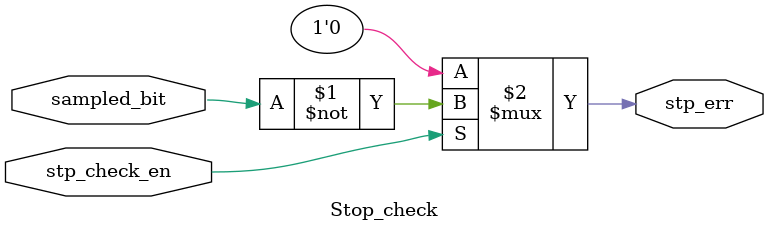
<source format=v>
module Stop_check (
 input wire                                     sampled_bit,stp_check_en,
 output wire                                   stp_err
);

assign stp_err=(stp_check_en) ? (~sampled_bit) : 1'b0 ;

endmodule
</source>
